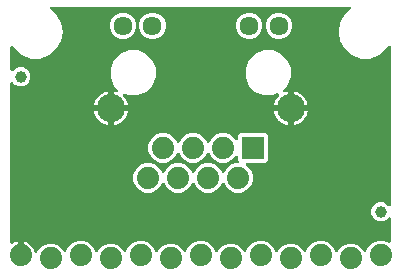
<source format=gbr>
G04 EAGLE Gerber RS-274X export*
G75*
%MOMM*%
%FSLAX34Y34*%
%LPD*%
%INTop Copper*%
%IPPOS*%
%AMOC8*
5,1,8,0,0,1.08239X$1,22.5*%
G01*
%ADD10C,1.879600*%
%ADD11R,1.879600X1.879600*%
%ADD12C,2.400000*%
%ADD13C,1.609600*%
%ADD14C,1.000000*%

G36*
X14088Y13986D02*
X14088Y13986D01*
X14207Y13993D01*
X14245Y14006D01*
X14285Y14011D01*
X14396Y14055D01*
X14509Y14091D01*
X14544Y14113D01*
X14581Y14128D01*
X14677Y14198D01*
X14778Y14261D01*
X14806Y14291D01*
X14839Y14315D01*
X14914Y14406D01*
X14996Y14493D01*
X15016Y14528D01*
X15041Y14560D01*
X15092Y14667D01*
X15150Y14772D01*
X15160Y14811D01*
X15177Y14847D01*
X15199Y14964D01*
X15229Y15079D01*
X15233Y15140D01*
X15237Y15160D01*
X15235Y15180D01*
X15239Y15240D01*
X15239Y25655D01*
X15496Y25615D01*
X17283Y25034D01*
X18957Y24181D01*
X20478Y23076D01*
X21806Y21748D01*
X22911Y20227D01*
X23764Y18553D01*
X24376Y16671D01*
X24387Y16647D01*
X24396Y16607D01*
X24409Y16582D01*
X24417Y16556D01*
X24481Y16447D01*
X24511Y16383D01*
X24522Y16369D01*
X24545Y16326D01*
X24564Y16305D01*
X24578Y16281D01*
X24671Y16188D01*
X24689Y16167D01*
X24714Y16138D01*
X24721Y16133D01*
X24759Y16090D01*
X24782Y16075D01*
X24802Y16056D01*
X24915Y15988D01*
X24966Y15954D01*
X24971Y15951D01*
X24972Y15950D01*
X25025Y15916D01*
X25051Y15907D01*
X25075Y15892D01*
X25201Y15855D01*
X25326Y15813D01*
X25353Y15810D01*
X25380Y15802D01*
X25511Y15798D01*
X25643Y15787D01*
X25670Y15792D01*
X25698Y15791D01*
X25826Y15819D01*
X25956Y15842D01*
X25981Y15853D01*
X26008Y15859D01*
X26126Y15918D01*
X26246Y15972D01*
X26268Y15990D01*
X26292Y16002D01*
X26392Y16089D01*
X26494Y16171D01*
X26511Y16193D01*
X26532Y16211D01*
X26607Y16320D01*
X26647Y16374D01*
X26654Y16382D01*
X26655Y16384D01*
X26686Y16425D01*
X26703Y16460D01*
X26712Y16473D01*
X26720Y16494D01*
X26757Y16569D01*
X27548Y18480D01*
X31050Y21982D01*
X35624Y23877D01*
X40576Y23877D01*
X45150Y21982D01*
X48652Y18481D01*
X49101Y17395D01*
X49170Y17274D01*
X49235Y17152D01*
X49249Y17137D01*
X49259Y17119D01*
X49355Y17019D01*
X49449Y16916D01*
X49466Y16905D01*
X49480Y16891D01*
X49599Y16818D01*
X49715Y16742D01*
X49734Y16735D01*
X49751Y16724D01*
X49884Y16683D01*
X50016Y16638D01*
X50036Y16637D01*
X50055Y16631D01*
X50194Y16624D01*
X50333Y16613D01*
X50353Y16617D01*
X50373Y16616D01*
X50509Y16644D01*
X50646Y16668D01*
X50664Y16676D01*
X50684Y16680D01*
X50809Y16741D01*
X50936Y16798D01*
X50952Y16811D01*
X50970Y16820D01*
X51076Y16910D01*
X51184Y16997D01*
X51197Y17013D01*
X51212Y17026D01*
X51292Y17140D01*
X51376Y17251D01*
X51388Y17276D01*
X51395Y17286D01*
X51402Y17305D01*
X51447Y17395D01*
X52948Y21020D01*
X56450Y24522D01*
X61024Y26417D01*
X65976Y26417D01*
X70550Y24522D01*
X74052Y21020D01*
X75553Y17395D01*
X75622Y17275D01*
X75687Y17152D01*
X75701Y17137D01*
X75711Y17119D01*
X75808Y17019D01*
X75901Y16916D01*
X75918Y16905D01*
X75932Y16891D01*
X76051Y16818D01*
X76167Y16742D01*
X76186Y16735D01*
X76203Y16724D01*
X76336Y16683D01*
X76468Y16638D01*
X76488Y16637D01*
X76507Y16631D01*
X76646Y16624D01*
X76785Y16613D01*
X76805Y16617D01*
X76825Y16616D01*
X76961Y16644D01*
X77098Y16668D01*
X77117Y16676D01*
X77136Y16680D01*
X77262Y16741D01*
X77388Y16798D01*
X77404Y16811D01*
X77422Y16820D01*
X77528Y16910D01*
X77637Y16997D01*
X77649Y17013D01*
X77664Y17026D01*
X77744Y17140D01*
X77828Y17251D01*
X77840Y17276D01*
X77847Y17286D01*
X77854Y17305D01*
X77899Y17395D01*
X78348Y18481D01*
X81850Y21982D01*
X86424Y23877D01*
X91376Y23877D01*
X95950Y21982D01*
X99452Y18481D01*
X99901Y17395D01*
X99970Y17274D01*
X100035Y17152D01*
X100049Y17137D01*
X100059Y17119D01*
X100155Y17019D01*
X100249Y16916D01*
X100266Y16905D01*
X100280Y16891D01*
X100399Y16818D01*
X100515Y16742D01*
X100534Y16735D01*
X100551Y16724D01*
X100684Y16683D01*
X100816Y16638D01*
X100836Y16637D01*
X100855Y16631D01*
X100994Y16624D01*
X101133Y16613D01*
X101153Y16617D01*
X101173Y16616D01*
X101309Y16644D01*
X101446Y16668D01*
X101464Y16676D01*
X101484Y16680D01*
X101609Y16741D01*
X101736Y16798D01*
X101752Y16811D01*
X101770Y16820D01*
X101876Y16910D01*
X101984Y16997D01*
X101997Y17013D01*
X102012Y17026D01*
X102092Y17140D01*
X102176Y17251D01*
X102188Y17276D01*
X102195Y17286D01*
X102202Y17305D01*
X102247Y17395D01*
X103748Y21020D01*
X107250Y24522D01*
X111824Y26417D01*
X116776Y26417D01*
X121350Y24522D01*
X124852Y21020D01*
X126353Y17395D01*
X126422Y17275D01*
X126487Y17152D01*
X126501Y17137D01*
X126511Y17119D01*
X126608Y17019D01*
X126701Y16916D01*
X126718Y16905D01*
X126732Y16891D01*
X126851Y16818D01*
X126967Y16742D01*
X126986Y16735D01*
X127003Y16724D01*
X127136Y16683D01*
X127268Y16638D01*
X127288Y16637D01*
X127307Y16631D01*
X127446Y16624D01*
X127585Y16613D01*
X127605Y16617D01*
X127625Y16616D01*
X127761Y16644D01*
X127898Y16668D01*
X127917Y16676D01*
X127936Y16680D01*
X128062Y16741D01*
X128188Y16798D01*
X128204Y16811D01*
X128222Y16820D01*
X128328Y16910D01*
X128437Y16997D01*
X128449Y17013D01*
X128464Y17026D01*
X128544Y17140D01*
X128628Y17251D01*
X128640Y17276D01*
X128647Y17286D01*
X128654Y17305D01*
X128699Y17395D01*
X129148Y18481D01*
X132650Y21982D01*
X137224Y23877D01*
X142176Y23877D01*
X146750Y21982D01*
X150252Y18480D01*
X150701Y17395D01*
X150770Y17274D01*
X150835Y17152D01*
X150849Y17137D01*
X150859Y17119D01*
X150956Y17019D01*
X151049Y16916D01*
X151066Y16905D01*
X151080Y16891D01*
X151198Y16818D01*
X151315Y16742D01*
X151334Y16735D01*
X151351Y16724D01*
X151484Y16684D01*
X151616Y16638D01*
X151636Y16637D01*
X151655Y16631D01*
X151793Y16624D01*
X151933Y16613D01*
X151953Y16617D01*
X151973Y16616D01*
X152109Y16644D01*
X152246Y16668D01*
X152264Y16676D01*
X152284Y16680D01*
X152410Y16741D01*
X152536Y16798D01*
X152552Y16811D01*
X152570Y16820D01*
X152676Y16910D01*
X152784Y16997D01*
X152797Y17013D01*
X152812Y17026D01*
X152892Y17140D01*
X152976Y17251D01*
X152988Y17276D01*
X152995Y17286D01*
X153002Y17305D01*
X153047Y17395D01*
X154548Y21020D01*
X158050Y24522D01*
X162624Y26417D01*
X167576Y26417D01*
X172150Y24522D01*
X175652Y21020D01*
X177153Y17395D01*
X177222Y17275D01*
X177287Y17152D01*
X177301Y17137D01*
X177311Y17119D01*
X177408Y17019D01*
X177501Y16916D01*
X177518Y16905D01*
X177532Y16891D01*
X177650Y16818D01*
X177767Y16742D01*
X177786Y16735D01*
X177803Y16724D01*
X177936Y16684D01*
X178068Y16638D01*
X178088Y16637D01*
X178107Y16631D01*
X178246Y16624D01*
X178385Y16613D01*
X178405Y16617D01*
X178425Y16616D01*
X178561Y16644D01*
X178698Y16668D01*
X178717Y16676D01*
X178736Y16680D01*
X178862Y16741D01*
X178988Y16798D01*
X179004Y16811D01*
X179022Y16820D01*
X179128Y16910D01*
X179237Y16997D01*
X179249Y17013D01*
X179264Y17026D01*
X179344Y17140D01*
X179428Y17251D01*
X179440Y17276D01*
X179447Y17286D01*
X179454Y17305D01*
X179499Y17395D01*
X179948Y18480D01*
X183450Y21982D01*
X188024Y23877D01*
X192976Y23877D01*
X197550Y21982D01*
X201052Y18480D01*
X201501Y17395D01*
X201570Y17274D01*
X201635Y17152D01*
X201649Y17137D01*
X201659Y17119D01*
X201756Y17019D01*
X201849Y16916D01*
X201866Y16905D01*
X201880Y16891D01*
X201998Y16818D01*
X202115Y16742D01*
X202134Y16735D01*
X202151Y16724D01*
X202284Y16684D01*
X202416Y16638D01*
X202436Y16637D01*
X202455Y16631D01*
X202593Y16624D01*
X202733Y16613D01*
X202753Y16617D01*
X202773Y16616D01*
X202909Y16644D01*
X203046Y16668D01*
X203064Y16676D01*
X203084Y16680D01*
X203210Y16741D01*
X203336Y16798D01*
X203352Y16811D01*
X203370Y16820D01*
X203476Y16910D01*
X203584Y16997D01*
X203597Y17013D01*
X203612Y17026D01*
X203692Y17140D01*
X203776Y17251D01*
X203788Y17276D01*
X203795Y17286D01*
X203802Y17305D01*
X203847Y17395D01*
X205348Y21020D01*
X208850Y24522D01*
X213424Y26417D01*
X218376Y26417D01*
X222950Y24522D01*
X226452Y21020D01*
X227953Y17395D01*
X228022Y17275D01*
X228087Y17152D01*
X228101Y17137D01*
X228111Y17119D01*
X228208Y17019D01*
X228301Y16916D01*
X228318Y16905D01*
X228332Y16891D01*
X228450Y16818D01*
X228567Y16742D01*
X228586Y16735D01*
X228603Y16724D01*
X228736Y16684D01*
X228868Y16638D01*
X228888Y16637D01*
X228907Y16631D01*
X229046Y16624D01*
X229185Y16613D01*
X229205Y16617D01*
X229225Y16616D01*
X229361Y16644D01*
X229498Y16668D01*
X229517Y16676D01*
X229536Y16680D01*
X229662Y16741D01*
X229788Y16798D01*
X229804Y16811D01*
X229822Y16820D01*
X229928Y16910D01*
X230037Y16997D01*
X230049Y17013D01*
X230064Y17026D01*
X230144Y17140D01*
X230228Y17251D01*
X230240Y17276D01*
X230247Y17286D01*
X230254Y17305D01*
X230299Y17395D01*
X230748Y18480D01*
X234250Y21982D01*
X238824Y23877D01*
X243776Y23877D01*
X248350Y21982D01*
X251852Y18480D01*
X252301Y17395D01*
X252370Y17274D01*
X252435Y17152D01*
X252449Y17137D01*
X252459Y17119D01*
X252556Y17019D01*
X252649Y16916D01*
X252666Y16905D01*
X252680Y16891D01*
X252798Y16818D01*
X252915Y16742D01*
X252934Y16735D01*
X252951Y16724D01*
X253084Y16684D01*
X253216Y16638D01*
X253236Y16637D01*
X253255Y16631D01*
X253393Y16624D01*
X253533Y16613D01*
X253553Y16617D01*
X253573Y16616D01*
X253709Y16644D01*
X253846Y16668D01*
X253864Y16676D01*
X253884Y16680D01*
X254010Y16741D01*
X254136Y16798D01*
X254152Y16811D01*
X254170Y16820D01*
X254276Y16910D01*
X254384Y16997D01*
X254397Y17013D01*
X254412Y17026D01*
X254492Y17140D01*
X254576Y17251D01*
X254588Y17276D01*
X254595Y17286D01*
X254602Y17305D01*
X254647Y17395D01*
X256148Y21020D01*
X259650Y24522D01*
X264224Y26417D01*
X269176Y26417D01*
X273750Y24522D01*
X277252Y21020D01*
X278753Y17395D01*
X278822Y17275D01*
X278887Y17152D01*
X278901Y17137D01*
X278911Y17119D01*
X279008Y17019D01*
X279101Y16916D01*
X279118Y16905D01*
X279132Y16891D01*
X279250Y16818D01*
X279367Y16742D01*
X279386Y16735D01*
X279403Y16724D01*
X279536Y16684D01*
X279668Y16638D01*
X279688Y16637D01*
X279707Y16631D01*
X279846Y16624D01*
X279985Y16613D01*
X280005Y16617D01*
X280025Y16616D01*
X280161Y16644D01*
X280298Y16668D01*
X280317Y16676D01*
X280336Y16680D01*
X280462Y16741D01*
X280588Y16798D01*
X280604Y16811D01*
X280622Y16820D01*
X280728Y16910D01*
X280837Y16997D01*
X280849Y17013D01*
X280864Y17026D01*
X280944Y17140D01*
X281028Y17251D01*
X281040Y17276D01*
X281047Y17286D01*
X281054Y17305D01*
X281099Y17395D01*
X281548Y18480D01*
X285050Y21982D01*
X289624Y23877D01*
X294576Y23877D01*
X299150Y21982D01*
X302652Y18480D01*
X303101Y17395D01*
X303170Y17274D01*
X303235Y17152D01*
X303249Y17137D01*
X303259Y17119D01*
X303356Y17019D01*
X303449Y16916D01*
X303466Y16905D01*
X303480Y16891D01*
X303598Y16818D01*
X303715Y16742D01*
X303734Y16735D01*
X303751Y16724D01*
X303884Y16684D01*
X304016Y16638D01*
X304036Y16637D01*
X304055Y16631D01*
X304193Y16624D01*
X304333Y16613D01*
X304353Y16617D01*
X304373Y16616D01*
X304509Y16644D01*
X304646Y16668D01*
X304664Y16676D01*
X304684Y16680D01*
X304810Y16741D01*
X304936Y16798D01*
X304952Y16811D01*
X304970Y16820D01*
X305076Y16910D01*
X305184Y16997D01*
X305197Y17013D01*
X305212Y17026D01*
X305292Y17140D01*
X305376Y17251D01*
X305388Y17276D01*
X305395Y17286D01*
X305402Y17305D01*
X305447Y17395D01*
X306948Y21020D01*
X310450Y24522D01*
X315024Y26417D01*
X319976Y26417D01*
X324380Y24592D01*
X324428Y24579D01*
X324473Y24558D01*
X324581Y24537D01*
X324687Y24508D01*
X324737Y24508D01*
X324786Y24498D01*
X324895Y24505D01*
X325005Y24503D01*
X325053Y24515D01*
X325103Y24518D01*
X325207Y24552D01*
X325314Y24577D01*
X325358Y24601D01*
X325405Y24616D01*
X325498Y24675D01*
X325595Y24726D01*
X325632Y24760D01*
X325674Y24786D01*
X325749Y24866D01*
X325831Y24940D01*
X325858Y24982D01*
X325892Y25018D01*
X325945Y25114D01*
X326005Y25206D01*
X326022Y25253D01*
X326046Y25296D01*
X326073Y25403D01*
X326109Y25507D01*
X326113Y25556D01*
X326125Y25604D01*
X326135Y25765D01*
X326135Y44988D01*
X326118Y45126D01*
X326105Y45265D01*
X326098Y45284D01*
X326095Y45304D01*
X326044Y45433D01*
X325997Y45564D01*
X325986Y45581D01*
X325978Y45600D01*
X325897Y45712D01*
X325819Y45827D01*
X325803Y45841D01*
X325792Y45857D01*
X325684Y45946D01*
X325580Y46038D01*
X325562Y46047D01*
X325547Y46060D01*
X325421Y46119D01*
X325297Y46182D01*
X325277Y46187D01*
X325259Y46195D01*
X325123Y46221D01*
X324987Y46252D01*
X324966Y46251D01*
X324947Y46255D01*
X324808Y46246D01*
X324669Y46242D01*
X324649Y46237D01*
X324629Y46235D01*
X324497Y46193D01*
X324363Y46154D01*
X324346Y46144D01*
X324327Y46137D01*
X324209Y46063D01*
X324089Y45992D01*
X324068Y45974D01*
X324058Y45967D01*
X324044Y45952D01*
X323969Y45886D01*
X322059Y43977D01*
X319101Y42751D01*
X315899Y42751D01*
X312941Y43977D01*
X310677Y46241D01*
X309451Y49199D01*
X309451Y52401D01*
X310677Y55359D01*
X312941Y57623D01*
X315899Y58849D01*
X319101Y58849D01*
X322059Y57623D01*
X323969Y55714D01*
X324078Y55629D01*
X324185Y55540D01*
X324204Y55532D01*
X324220Y55519D01*
X324348Y55464D01*
X324473Y55405D01*
X324493Y55401D01*
X324512Y55393D01*
X324650Y55371D01*
X324786Y55345D01*
X324806Y55346D01*
X324826Y55343D01*
X324965Y55356D01*
X325103Y55365D01*
X325122Y55371D01*
X325142Y55373D01*
X325274Y55420D01*
X325405Y55463D01*
X325423Y55474D01*
X325442Y55480D01*
X325557Y55558D01*
X325674Y55633D01*
X325688Y55648D01*
X325705Y55659D01*
X325797Y55763D01*
X325892Y55864D01*
X325902Y55882D01*
X325915Y55897D01*
X325979Y56022D01*
X326046Y56143D01*
X326051Y56163D01*
X326060Y56181D01*
X326090Y56316D01*
X326125Y56451D01*
X326127Y56479D01*
X326130Y56491D01*
X326129Y56511D01*
X326135Y56612D01*
X326135Y190203D01*
X326117Y190348D01*
X326102Y190493D01*
X326097Y190506D01*
X326095Y190519D01*
X326042Y190654D01*
X325991Y190791D01*
X325983Y190802D01*
X325978Y190815D01*
X325893Y190932D01*
X325810Y191052D01*
X325799Y191061D01*
X325792Y191072D01*
X325680Y191165D01*
X325569Y191260D01*
X325557Y191266D01*
X325547Y191275D01*
X325415Y191337D01*
X325284Y191402D01*
X325271Y191405D01*
X325259Y191410D01*
X325117Y191438D01*
X324973Y191468D01*
X324960Y191468D01*
X324947Y191470D01*
X324802Y191461D01*
X324656Y191455D01*
X324642Y191451D01*
X324629Y191450D01*
X324491Y191406D01*
X324351Y191363D01*
X324339Y191356D01*
X324327Y191352D01*
X324204Y191275D01*
X324079Y191199D01*
X324069Y191189D01*
X324058Y191182D01*
X323958Y191076D01*
X323856Y190972D01*
X323846Y190957D01*
X323840Y190951D01*
X323832Y190936D01*
X323767Y190838D01*
X322385Y188445D01*
X316278Y183320D01*
X308786Y180593D01*
X300814Y180593D01*
X293322Y183320D01*
X287215Y188444D01*
X283229Y195349D01*
X281845Y203200D01*
X283229Y211051D01*
X287215Y217955D01*
X292385Y222294D01*
X292409Y222320D01*
X292438Y222340D01*
X292517Y222436D01*
X292601Y222527D01*
X292618Y222558D01*
X292641Y222585D01*
X292694Y222698D01*
X292753Y222807D01*
X292761Y222841D01*
X292776Y222873D01*
X292799Y222995D01*
X292830Y223115D01*
X292829Y223151D01*
X292836Y223186D01*
X292828Y223309D01*
X292827Y223433D01*
X292818Y223468D01*
X292816Y223503D01*
X292778Y223621D01*
X292746Y223741D01*
X292729Y223772D01*
X292718Y223805D01*
X292652Y223910D01*
X292591Y224019D01*
X292567Y224044D01*
X292548Y224074D01*
X292458Y224159D01*
X292372Y224249D01*
X292342Y224268D01*
X292316Y224292D01*
X292208Y224352D01*
X292103Y224418D01*
X292069Y224429D01*
X292038Y224446D01*
X291918Y224477D01*
X291800Y224514D01*
X291764Y224516D01*
X291730Y224525D01*
X291569Y224535D01*
X38631Y224535D01*
X38595Y224531D01*
X38560Y224533D01*
X38438Y224511D01*
X38315Y224495D01*
X38282Y224482D01*
X38247Y224476D01*
X38135Y224424D01*
X38019Y224378D01*
X37991Y224358D01*
X37959Y224343D01*
X37862Y224264D01*
X37762Y224192D01*
X37739Y224164D01*
X37712Y224142D01*
X37639Y224042D01*
X37559Y223947D01*
X37544Y223915D01*
X37523Y223886D01*
X37477Y223771D01*
X37424Y223659D01*
X37417Y223624D01*
X37404Y223591D01*
X37387Y223468D01*
X37364Y223347D01*
X37366Y223311D01*
X37361Y223276D01*
X37376Y223153D01*
X37384Y223029D01*
X37395Y222995D01*
X37399Y222960D01*
X37444Y222844D01*
X37482Y222727D01*
X37501Y222697D01*
X37513Y222664D01*
X37586Y222563D01*
X37652Y222458D01*
X37678Y222434D01*
X37698Y222405D01*
X37815Y222294D01*
X42985Y217956D01*
X46971Y211051D01*
X48355Y203200D01*
X46971Y195349D01*
X42985Y188445D01*
X36878Y183320D01*
X29386Y180593D01*
X21414Y180593D01*
X13922Y183320D01*
X7815Y188444D01*
X6433Y190838D01*
X6345Y190954D01*
X6260Y191072D01*
X6249Y191081D01*
X6241Y191091D01*
X6127Y191182D01*
X6015Y191275D01*
X6002Y191281D01*
X5992Y191289D01*
X5858Y191349D01*
X5727Y191410D01*
X5714Y191413D01*
X5701Y191418D01*
X5557Y191443D01*
X5414Y191470D01*
X5401Y191469D01*
X5388Y191472D01*
X5242Y191459D01*
X5097Y191450D01*
X5084Y191446D01*
X5071Y191445D01*
X4933Y191397D01*
X4795Y191352D01*
X4783Y191345D01*
X4770Y191341D01*
X4649Y191260D01*
X4526Y191182D01*
X4517Y191172D01*
X4505Y191165D01*
X4408Y191057D01*
X4308Y190951D01*
X4301Y190939D01*
X4292Y190929D01*
X4225Y190799D01*
X4154Y190672D01*
X4151Y190659D01*
X4145Y190647D01*
X4111Y190505D01*
X4075Y190364D01*
X4074Y190346D01*
X4072Y190337D01*
X4072Y190320D01*
X4065Y190203D01*
X4065Y170912D01*
X4082Y170774D01*
X4095Y170635D01*
X4102Y170616D01*
X4105Y170596D01*
X4156Y170467D01*
X4203Y170336D01*
X4214Y170319D01*
X4222Y170300D01*
X4303Y170188D01*
X4381Y170073D01*
X4397Y170059D01*
X4408Y170043D01*
X4516Y169954D01*
X4620Y169862D01*
X4638Y169853D01*
X4653Y169840D01*
X4779Y169781D01*
X4903Y169718D01*
X4923Y169713D01*
X4941Y169705D01*
X5077Y169679D01*
X5213Y169648D01*
X5234Y169649D01*
X5253Y169645D01*
X5392Y169654D01*
X5531Y169658D01*
X5551Y169663D01*
X5571Y169665D01*
X5703Y169707D01*
X5837Y169746D01*
X5854Y169756D01*
X5873Y169763D01*
X5991Y169837D01*
X6111Y169908D01*
X6132Y169926D01*
X6142Y169933D01*
X6156Y169948D01*
X6231Y170014D01*
X8141Y171923D01*
X11099Y173149D01*
X14301Y173149D01*
X17259Y171923D01*
X19523Y169659D01*
X20749Y166701D01*
X20749Y163499D01*
X19523Y160541D01*
X17259Y158277D01*
X14301Y157051D01*
X11099Y157051D01*
X8141Y158277D01*
X6231Y160186D01*
X6122Y160271D01*
X6015Y160360D01*
X5996Y160368D01*
X5980Y160381D01*
X5852Y160436D01*
X5727Y160495D01*
X5707Y160499D01*
X5688Y160507D01*
X5550Y160529D01*
X5414Y160555D01*
X5394Y160554D01*
X5374Y160557D01*
X5235Y160544D01*
X5097Y160535D01*
X5078Y160529D01*
X5058Y160527D01*
X4926Y160480D01*
X4795Y160437D01*
X4777Y160426D01*
X4758Y160420D01*
X4643Y160342D01*
X4526Y160267D01*
X4512Y160252D01*
X4495Y160241D01*
X4403Y160137D01*
X4308Y160036D01*
X4298Y160018D01*
X4285Y160003D01*
X4221Y159878D01*
X4154Y159757D01*
X4149Y159737D01*
X4140Y159719D01*
X4110Y159584D01*
X4075Y159449D01*
X4073Y159421D01*
X4070Y159409D01*
X4071Y159389D01*
X4065Y159288D01*
X4065Y24944D01*
X4070Y24905D01*
X4067Y24865D01*
X4090Y24747D01*
X4105Y24629D01*
X4119Y24592D01*
X4127Y24553D01*
X4178Y24444D01*
X4222Y24333D01*
X4245Y24301D01*
X4262Y24265D01*
X4338Y24173D01*
X4408Y24076D01*
X4439Y24050D01*
X4464Y24020D01*
X4561Y23949D01*
X4653Y23873D01*
X4689Y23856D01*
X4722Y23832D01*
X4833Y23788D01*
X4941Y23737D01*
X4980Y23730D01*
X5017Y23715D01*
X5136Y23700D01*
X5253Y23678D01*
X5293Y23680D01*
X5333Y23675D01*
X5452Y23690D01*
X5571Y23697D01*
X5609Y23710D01*
X5648Y23715D01*
X5760Y23758D01*
X5873Y23795D01*
X5907Y23817D01*
X5944Y23831D01*
X6080Y23917D01*
X6443Y24181D01*
X8117Y25034D01*
X9904Y25615D01*
X10161Y25655D01*
X10161Y15240D01*
X10176Y15122D01*
X10183Y15003D01*
X10196Y14965D01*
X10201Y14925D01*
X10244Y14814D01*
X10281Y14701D01*
X10303Y14667D01*
X10318Y14629D01*
X10388Y14533D01*
X10451Y14432D01*
X10481Y14404D01*
X10504Y14372D01*
X10596Y14296D01*
X10683Y14214D01*
X10718Y14195D01*
X10749Y14169D01*
X10857Y14118D01*
X10961Y14061D01*
X11001Y14050D01*
X11037Y14033D01*
X11154Y14011D01*
X11269Y13981D01*
X11330Y13977D01*
X11350Y13973D01*
X11370Y13975D01*
X11430Y13971D01*
X13970Y13971D01*
X14088Y13986D01*
G37*
%LPC*%
G36*
X118174Y67103D02*
X118174Y67103D01*
X113600Y68998D01*
X110098Y72500D01*
X108203Y77074D01*
X108203Y82026D01*
X110098Y86600D01*
X113600Y90102D01*
X118174Y91997D01*
X123126Y91997D01*
X127700Y90102D01*
X131202Y86600D01*
X132177Y84245D01*
X132246Y84125D01*
X132311Y84002D01*
X132325Y83987D01*
X132335Y83969D01*
X132432Y83869D01*
X132525Y83766D01*
X132542Y83755D01*
X132556Y83741D01*
X132674Y83668D01*
X132791Y83592D01*
X132810Y83585D01*
X132827Y83574D01*
X132960Y83534D01*
X133092Y83488D01*
X133112Y83487D01*
X133131Y83481D01*
X133270Y83474D01*
X133409Y83463D01*
X133429Y83467D01*
X133449Y83466D01*
X133585Y83494D01*
X133722Y83518D01*
X133741Y83526D01*
X133760Y83530D01*
X133885Y83591D01*
X134012Y83648D01*
X134028Y83661D01*
X134046Y83670D01*
X134152Y83760D01*
X134260Y83847D01*
X134273Y83863D01*
X134288Y83876D01*
X134368Y83990D01*
X134452Y84101D01*
X134464Y84126D01*
X134471Y84136D01*
X134478Y84155D01*
X134523Y84245D01*
X135498Y86600D01*
X139000Y90102D01*
X143574Y91997D01*
X148526Y91997D01*
X153100Y90102D01*
X156602Y86600D01*
X157577Y84245D01*
X157646Y84125D01*
X157711Y84002D01*
X157725Y83987D01*
X157735Y83969D01*
X157832Y83869D01*
X157925Y83766D01*
X157942Y83755D01*
X157956Y83741D01*
X158074Y83668D01*
X158191Y83592D01*
X158210Y83585D01*
X158227Y83574D01*
X158360Y83534D01*
X158492Y83488D01*
X158512Y83487D01*
X158531Y83481D01*
X158670Y83474D01*
X158809Y83463D01*
X158829Y83467D01*
X158849Y83466D01*
X158985Y83494D01*
X159122Y83518D01*
X159141Y83526D01*
X159160Y83530D01*
X159285Y83591D01*
X159412Y83648D01*
X159428Y83661D01*
X159446Y83670D01*
X159552Y83760D01*
X159660Y83847D01*
X159673Y83863D01*
X159688Y83876D01*
X159768Y83990D01*
X159852Y84101D01*
X159864Y84126D01*
X159871Y84136D01*
X159878Y84155D01*
X159923Y84245D01*
X160898Y86600D01*
X164400Y90102D01*
X168974Y91997D01*
X173926Y91997D01*
X178500Y90102D01*
X182002Y86600D01*
X182977Y84245D01*
X183046Y84125D01*
X183111Y84002D01*
X183125Y83987D01*
X183135Y83969D01*
X183232Y83869D01*
X183325Y83766D01*
X183342Y83755D01*
X183356Y83741D01*
X183474Y83668D01*
X183591Y83592D01*
X183610Y83585D01*
X183627Y83574D01*
X183760Y83534D01*
X183892Y83488D01*
X183912Y83487D01*
X183931Y83481D01*
X184070Y83474D01*
X184209Y83463D01*
X184229Y83467D01*
X184249Y83466D01*
X184385Y83494D01*
X184522Y83518D01*
X184541Y83526D01*
X184560Y83530D01*
X184685Y83591D01*
X184812Y83648D01*
X184828Y83661D01*
X184846Y83670D01*
X184952Y83760D01*
X185060Y83847D01*
X185073Y83863D01*
X185088Y83876D01*
X185168Y83990D01*
X185252Y84101D01*
X185264Y84126D01*
X185271Y84136D01*
X185278Y84155D01*
X185323Y84245D01*
X186298Y86600D01*
X189800Y90102D01*
X194374Y91997D01*
X196331Y91997D01*
X196469Y92014D01*
X196608Y92027D01*
X196627Y92034D01*
X196647Y92037D01*
X196776Y92088D01*
X196907Y92135D01*
X196924Y92146D01*
X196943Y92154D01*
X197055Y92235D01*
X197170Y92313D01*
X197184Y92329D01*
X197200Y92340D01*
X197289Y92448D01*
X197381Y92552D01*
X197390Y92570D01*
X197403Y92585D01*
X197462Y92711D01*
X197525Y92835D01*
X197530Y92855D01*
X197538Y92873D01*
X197564Y93009D01*
X197595Y93145D01*
X197594Y93166D01*
X197598Y93185D01*
X197590Y93324D01*
X197585Y93463D01*
X197580Y93483D01*
X197578Y93503D01*
X197536Y93635D01*
X197497Y93769D01*
X197487Y93786D01*
X197480Y93805D01*
X197406Y93923D01*
X197335Y94043D01*
X197317Y94064D01*
X197310Y94074D01*
X197295Y94088D01*
X197229Y94164D01*
X197103Y94289D01*
X197103Y97316D01*
X197095Y97385D01*
X197096Y97455D01*
X197075Y97543D01*
X197063Y97632D01*
X197038Y97697D01*
X197021Y97765D01*
X196979Y97844D01*
X196946Y97927D01*
X196905Y97984D01*
X196873Y98046D01*
X196812Y98112D01*
X196760Y98185D01*
X196706Y98229D01*
X196659Y98281D01*
X196584Y98330D01*
X196515Y98388D01*
X196451Y98417D01*
X196393Y98456D01*
X196308Y98485D01*
X196227Y98523D01*
X196158Y98536D01*
X196092Y98559D01*
X196003Y98566D01*
X195915Y98583D01*
X195845Y98578D01*
X195775Y98584D01*
X195687Y98569D01*
X195597Y98563D01*
X195531Y98542D01*
X195462Y98530D01*
X195380Y98493D01*
X195295Y98465D01*
X195236Y98428D01*
X195172Y98399D01*
X195102Y98343D01*
X195026Y98295D01*
X194978Y98244D01*
X194923Y98200D01*
X194870Y98129D01*
X194808Y98063D01*
X194774Y98002D01*
X194732Y97946D01*
X194716Y97914D01*
X191200Y94398D01*
X186626Y92503D01*
X181674Y92503D01*
X177100Y94398D01*
X173598Y97900D01*
X172623Y100255D01*
X172554Y100375D01*
X172489Y100498D01*
X172475Y100513D01*
X172465Y100531D01*
X172368Y100631D01*
X172275Y100734D01*
X172258Y100745D01*
X172244Y100759D01*
X172125Y100832D01*
X172009Y100908D01*
X171990Y100915D01*
X171973Y100926D01*
X171840Y100966D01*
X171708Y101012D01*
X171688Y101013D01*
X171669Y101019D01*
X171530Y101026D01*
X171391Y101037D01*
X171371Y101033D01*
X171351Y101034D01*
X171215Y101006D01*
X171078Y100982D01*
X171059Y100974D01*
X171040Y100970D01*
X170914Y100909D01*
X170788Y100852D01*
X170772Y100839D01*
X170754Y100830D01*
X170648Y100740D01*
X170540Y100653D01*
X170527Y100637D01*
X170512Y100624D01*
X170432Y100510D01*
X170348Y100399D01*
X170336Y100374D01*
X170329Y100364D01*
X170322Y100345D01*
X170277Y100255D01*
X169302Y97900D01*
X165800Y94398D01*
X161226Y92503D01*
X156274Y92503D01*
X151700Y94398D01*
X148198Y97900D01*
X147223Y100255D01*
X147154Y100375D01*
X147089Y100498D01*
X147075Y100513D01*
X147065Y100531D01*
X146968Y100631D01*
X146875Y100734D01*
X146858Y100745D01*
X146844Y100759D01*
X146725Y100832D01*
X146609Y100908D01*
X146590Y100915D01*
X146573Y100926D01*
X146440Y100966D01*
X146308Y101012D01*
X146288Y101013D01*
X146269Y101019D01*
X146130Y101026D01*
X145991Y101037D01*
X145971Y101033D01*
X145951Y101034D01*
X145815Y101006D01*
X145678Y100982D01*
X145659Y100974D01*
X145640Y100970D01*
X145514Y100909D01*
X145388Y100852D01*
X145372Y100839D01*
X145354Y100830D01*
X145248Y100740D01*
X145140Y100653D01*
X145127Y100637D01*
X145112Y100624D01*
X145032Y100510D01*
X144948Y100399D01*
X144936Y100374D01*
X144929Y100364D01*
X144922Y100345D01*
X144877Y100255D01*
X143902Y97900D01*
X140400Y94398D01*
X135826Y92503D01*
X130874Y92503D01*
X126300Y94398D01*
X122798Y97900D01*
X120903Y102474D01*
X120903Y107426D01*
X122798Y112000D01*
X126300Y115502D01*
X130874Y117397D01*
X135826Y117397D01*
X140400Y115502D01*
X143902Y112000D01*
X144877Y109645D01*
X144946Y109525D01*
X145011Y109402D01*
X145025Y109387D01*
X145035Y109369D01*
X145132Y109269D01*
X145225Y109166D01*
X145242Y109155D01*
X145256Y109141D01*
X145374Y109068D01*
X145491Y108992D01*
X145510Y108985D01*
X145527Y108974D01*
X145660Y108934D01*
X145792Y108888D01*
X145812Y108887D01*
X145831Y108881D01*
X145970Y108874D01*
X146109Y108863D01*
X146129Y108867D01*
X146149Y108866D01*
X146285Y108894D01*
X146422Y108918D01*
X146441Y108926D01*
X146460Y108930D01*
X146585Y108991D01*
X146712Y109048D01*
X146728Y109061D01*
X146746Y109070D01*
X146852Y109160D01*
X146960Y109247D01*
X146973Y109263D01*
X146988Y109276D01*
X147068Y109390D01*
X147152Y109501D01*
X147164Y109526D01*
X147171Y109536D01*
X147178Y109555D01*
X147223Y109645D01*
X148198Y112000D01*
X151700Y115502D01*
X156274Y117397D01*
X161226Y117397D01*
X165800Y115502D01*
X169302Y112000D01*
X170277Y109645D01*
X170346Y109525D01*
X170411Y109402D01*
X170425Y109387D01*
X170435Y109369D01*
X170532Y109269D01*
X170625Y109166D01*
X170642Y109155D01*
X170656Y109141D01*
X170774Y109068D01*
X170891Y108992D01*
X170910Y108985D01*
X170927Y108974D01*
X171060Y108934D01*
X171192Y108888D01*
X171212Y108887D01*
X171231Y108881D01*
X171370Y108874D01*
X171509Y108863D01*
X171529Y108867D01*
X171549Y108866D01*
X171685Y108894D01*
X171822Y108918D01*
X171841Y108926D01*
X171860Y108930D01*
X171985Y108991D01*
X172112Y109048D01*
X172128Y109061D01*
X172146Y109070D01*
X172252Y109160D01*
X172360Y109247D01*
X172373Y109263D01*
X172388Y109276D01*
X172468Y109390D01*
X172552Y109501D01*
X172564Y109526D01*
X172571Y109536D01*
X172578Y109555D01*
X172623Y109645D01*
X173598Y112000D01*
X177100Y115502D01*
X181674Y117397D01*
X186626Y117397D01*
X191200Y115502D01*
X194716Y111986D01*
X194722Y111973D01*
X194774Y111900D01*
X194819Y111822D01*
X194867Y111772D01*
X194908Y111715D01*
X194978Y111658D01*
X195040Y111594D01*
X195100Y111557D01*
X195153Y111512D01*
X195235Y111474D01*
X195311Y111427D01*
X195378Y111407D01*
X195441Y111377D01*
X195529Y111360D01*
X195615Y111334D01*
X195685Y111330D01*
X195754Y111317D01*
X195843Y111323D01*
X195933Y111318D01*
X196001Y111333D01*
X196071Y111337D01*
X196156Y111365D01*
X196244Y111383D01*
X196307Y111413D01*
X196373Y111435D01*
X196449Y111483D01*
X196530Y111522D01*
X196583Y111568D01*
X196642Y111605D01*
X196704Y111670D01*
X196772Y111729D01*
X196812Y111786D01*
X196860Y111837D01*
X196903Y111915D01*
X196955Y111989D01*
X196980Y112054D01*
X197014Y112115D01*
X197036Y112202D01*
X197068Y112286D01*
X197076Y112356D01*
X197093Y112423D01*
X197103Y112584D01*
X197103Y115611D01*
X198889Y117397D01*
X220211Y117397D01*
X221997Y115611D01*
X221997Y94289D01*
X220211Y92503D01*
X204484Y92503D01*
X204415Y92495D01*
X204345Y92496D01*
X204257Y92475D01*
X204168Y92463D01*
X204103Y92438D01*
X204035Y92421D01*
X203956Y92379D01*
X203873Y92346D01*
X203816Y92305D01*
X203754Y92273D01*
X203688Y92212D01*
X203615Y92160D01*
X203571Y92106D01*
X203519Y92059D01*
X203470Y91984D01*
X203412Y91915D01*
X203383Y91851D01*
X203344Y91793D01*
X203315Y91708D01*
X203277Y91627D01*
X203264Y91558D01*
X203241Y91492D01*
X203234Y91403D01*
X203217Y91315D01*
X203222Y91245D01*
X203216Y91175D01*
X203231Y91087D01*
X203237Y90997D01*
X203258Y90931D01*
X203270Y90862D01*
X203307Y90780D01*
X203335Y90695D01*
X203372Y90636D01*
X203401Y90572D01*
X203457Y90502D01*
X203505Y90426D01*
X203556Y90378D01*
X203600Y90323D01*
X203671Y90270D01*
X203737Y90208D01*
X203798Y90174D01*
X203854Y90132D01*
X203886Y90116D01*
X207402Y86600D01*
X209297Y82026D01*
X209297Y77074D01*
X207402Y72500D01*
X203900Y68998D01*
X199326Y67103D01*
X194374Y67103D01*
X189800Y68998D01*
X186298Y72500D01*
X185323Y74855D01*
X185254Y74975D01*
X185189Y75098D01*
X185175Y75113D01*
X185165Y75131D01*
X185068Y75231D01*
X184975Y75334D01*
X184958Y75345D01*
X184944Y75359D01*
X184825Y75432D01*
X184709Y75508D01*
X184690Y75515D01*
X184673Y75526D01*
X184540Y75566D01*
X184408Y75612D01*
X184388Y75613D01*
X184369Y75619D01*
X184230Y75626D01*
X184091Y75637D01*
X184071Y75633D01*
X184051Y75634D01*
X183915Y75606D01*
X183778Y75582D01*
X183759Y75574D01*
X183740Y75570D01*
X183614Y75509D01*
X183488Y75452D01*
X183472Y75439D01*
X183454Y75430D01*
X183348Y75340D01*
X183240Y75253D01*
X183227Y75237D01*
X183212Y75224D01*
X183132Y75110D01*
X183048Y74999D01*
X183036Y74974D01*
X183029Y74964D01*
X183022Y74945D01*
X182977Y74855D01*
X182002Y72500D01*
X178500Y68998D01*
X173926Y67103D01*
X168974Y67103D01*
X164400Y68998D01*
X160898Y72500D01*
X159923Y74855D01*
X159854Y74975D01*
X159789Y75098D01*
X159775Y75113D01*
X159765Y75131D01*
X159668Y75231D01*
X159575Y75334D01*
X159558Y75345D01*
X159544Y75359D01*
X159425Y75432D01*
X159309Y75508D01*
X159290Y75515D01*
X159273Y75526D01*
X159140Y75566D01*
X159008Y75612D01*
X158988Y75613D01*
X158969Y75619D01*
X158830Y75626D01*
X158691Y75637D01*
X158671Y75633D01*
X158651Y75634D01*
X158515Y75606D01*
X158378Y75582D01*
X158359Y75574D01*
X158340Y75570D01*
X158214Y75509D01*
X158088Y75452D01*
X158072Y75439D01*
X158054Y75430D01*
X157948Y75340D01*
X157840Y75253D01*
X157827Y75237D01*
X157812Y75224D01*
X157732Y75110D01*
X157648Y74999D01*
X157636Y74974D01*
X157629Y74964D01*
X157622Y74945D01*
X157577Y74855D01*
X156602Y72500D01*
X153100Y68998D01*
X148526Y67103D01*
X143574Y67103D01*
X139000Y68998D01*
X135498Y72500D01*
X134523Y74855D01*
X134454Y74975D01*
X134389Y75098D01*
X134375Y75113D01*
X134365Y75131D01*
X134268Y75231D01*
X134175Y75334D01*
X134158Y75345D01*
X134144Y75359D01*
X134025Y75432D01*
X133909Y75508D01*
X133890Y75515D01*
X133873Y75526D01*
X133740Y75566D01*
X133608Y75612D01*
X133588Y75613D01*
X133569Y75619D01*
X133430Y75626D01*
X133291Y75637D01*
X133271Y75633D01*
X133251Y75634D01*
X133115Y75606D01*
X132978Y75582D01*
X132959Y75574D01*
X132940Y75570D01*
X132814Y75509D01*
X132688Y75452D01*
X132672Y75439D01*
X132654Y75430D01*
X132548Y75340D01*
X132440Y75253D01*
X132427Y75237D01*
X132412Y75224D01*
X132332Y75110D01*
X132248Y74999D01*
X132236Y74974D01*
X132229Y74964D01*
X132222Y74945D01*
X132177Y74855D01*
X131202Y72500D01*
X127700Y68998D01*
X123126Y67103D01*
X118174Y67103D01*
G37*
%LPD*%
%LPC*%
G36*
X91839Y140939D02*
X91839Y140939D01*
X91839Y152720D01*
X92705Y152583D01*
X93859Y152208D01*
X93879Y152204D01*
X93897Y152196D01*
X94034Y152174D01*
X94171Y152148D01*
X94191Y152149D01*
X94211Y152146D01*
X94350Y152159D01*
X94489Y152168D01*
X94508Y152174D01*
X94528Y152176D01*
X94659Y152223D01*
X94791Y152266D01*
X94808Y152277D01*
X94827Y152284D01*
X94942Y152362D01*
X95060Y152437D01*
X95074Y152451D01*
X95090Y152462D01*
X95182Y152566D01*
X95278Y152668D01*
X95287Y152686D01*
X95300Y152701D01*
X95364Y152824D01*
X95431Y152947D01*
X95436Y152966D01*
X95445Y152984D01*
X95475Y153120D01*
X95510Y153255D01*
X95510Y153275D01*
X95515Y153294D01*
X95510Y153434D01*
X95511Y153573D01*
X95506Y153592D01*
X95505Y153612D01*
X95466Y153746D01*
X95432Y153881D01*
X95422Y153898D01*
X95417Y153918D01*
X95346Y154037D01*
X95279Y154160D01*
X95265Y154174D01*
X95255Y154192D01*
X95149Y154312D01*
X91801Y157660D01*
X88901Y164661D01*
X88901Y172239D01*
X91801Y179240D01*
X97160Y184599D01*
X104161Y187499D01*
X111739Y187499D01*
X118740Y184599D01*
X124099Y179240D01*
X126999Y172239D01*
X126999Y164661D01*
X124099Y157660D01*
X118740Y152301D01*
X111739Y149401D01*
X104161Y149401D01*
X101011Y150706D01*
X100944Y150724D01*
X100880Y150752D01*
X100791Y150766D01*
X100704Y150790D01*
X100635Y150791D01*
X100565Y150802D01*
X100476Y150794D01*
X100386Y150795D01*
X100318Y150779D01*
X100249Y150772D01*
X100164Y150742D01*
X100077Y150721D01*
X100015Y150688D01*
X99950Y150665D01*
X99875Y150614D01*
X99796Y150572D01*
X99744Y150525D01*
X99686Y150486D01*
X99627Y150419D01*
X99561Y150358D01*
X99522Y150300D01*
X99476Y150248D01*
X99435Y150168D01*
X99386Y150093D01*
X99363Y150026D01*
X99331Y149964D01*
X99312Y149877D01*
X99283Y149792D01*
X99277Y149722D01*
X99262Y149654D01*
X99264Y149564D01*
X99257Y149475D01*
X99269Y149406D01*
X99271Y149336D01*
X99296Y149250D01*
X99312Y149161D01*
X99340Y149098D01*
X99360Y149031D01*
X99405Y148953D01*
X99442Y148871D01*
X99486Y148817D01*
X99521Y148757D01*
X99628Y148636D01*
X100391Y147873D01*
X101736Y146021D01*
X102775Y143982D01*
X103483Y141805D01*
X103620Y140939D01*
X91839Y140939D01*
G37*
%LPD*%
%LPC*%
G36*
X226980Y140939D02*
X226980Y140939D01*
X227117Y141805D01*
X227825Y143982D01*
X228864Y146021D01*
X230209Y147873D01*
X231255Y148919D01*
X231298Y148974D01*
X231348Y149022D01*
X231395Y149099D01*
X231450Y149170D01*
X231478Y149234D01*
X231514Y149294D01*
X231541Y149379D01*
X231576Y149462D01*
X231587Y149531D01*
X231608Y149597D01*
X231612Y149687D01*
X231626Y149776D01*
X231620Y149846D01*
X231623Y149915D01*
X231605Y150003D01*
X231596Y150093D01*
X231573Y150158D01*
X231559Y150227D01*
X231519Y150307D01*
X231489Y150392D01*
X231450Y150450D01*
X231419Y150512D01*
X231361Y150581D01*
X231310Y150655D01*
X231258Y150701D01*
X231213Y150754D01*
X231139Y150806D01*
X231072Y150865D01*
X231010Y150897D01*
X230953Y150937D01*
X230868Y150969D01*
X230789Y151010D01*
X230720Y151025D01*
X230655Y151050D01*
X230566Y151060D01*
X230478Y151080D01*
X230409Y151078D01*
X230339Y151085D01*
X230250Y151073D01*
X230160Y151070D01*
X230093Y151051D01*
X230024Y151041D01*
X229872Y150989D01*
X226039Y149401D01*
X218461Y149401D01*
X211460Y152301D01*
X206101Y157660D01*
X203201Y164661D01*
X203201Y172239D01*
X206101Y179240D01*
X211460Y184599D01*
X218461Y187499D01*
X226039Y187499D01*
X233040Y184599D01*
X238399Y179240D01*
X241299Y172239D01*
X241299Y164661D01*
X238399Y157660D01*
X234859Y154120D01*
X234847Y154104D01*
X234831Y154091D01*
X234749Y153979D01*
X234664Y153869D01*
X234656Y153850D01*
X234644Y153834D01*
X234593Y153705D01*
X234538Y153577D01*
X234534Y153557D01*
X234527Y153539D01*
X234510Y153400D01*
X234488Y153263D01*
X234490Y153243D01*
X234487Y153223D01*
X234504Y153085D01*
X234518Y152946D01*
X234524Y152927D01*
X234527Y152907D01*
X234578Y152778D01*
X234625Y152647D01*
X234636Y152630D01*
X234644Y152612D01*
X234725Y152499D01*
X234804Y152384D01*
X234819Y152370D01*
X234830Y152354D01*
X234938Y152265D01*
X235042Y152173D01*
X235060Y152164D01*
X235075Y152151D01*
X235201Y152092D01*
X235325Y152029D01*
X235345Y152024D01*
X235363Y152016D01*
X235500Y151989D01*
X235636Y151959D01*
X235656Y151959D01*
X235675Y151956D01*
X235814Y151964D01*
X235954Y151969D01*
X235973Y151974D01*
X235993Y151975D01*
X236149Y152015D01*
X237895Y152583D01*
X238761Y152720D01*
X238761Y140939D01*
X226980Y140939D01*
G37*
%LPD*%
%LPC*%
G36*
X97093Y197303D02*
X97093Y197303D01*
X93014Y198993D01*
X89893Y202114D01*
X88203Y206193D01*
X88203Y210607D01*
X89893Y214686D01*
X93014Y217807D01*
X97093Y219497D01*
X101507Y219497D01*
X105586Y217807D01*
X108707Y214686D01*
X110397Y210607D01*
X110397Y206193D01*
X108707Y202114D01*
X105586Y198993D01*
X101507Y197303D01*
X97093Y197303D01*
G37*
%LPD*%
%LPC*%
G36*
X122093Y197303D02*
X122093Y197303D01*
X118014Y198993D01*
X114893Y202114D01*
X113203Y206193D01*
X113203Y210607D01*
X114893Y214686D01*
X118014Y217807D01*
X122093Y219497D01*
X126507Y219497D01*
X130586Y217807D01*
X133707Y214686D01*
X135397Y210607D01*
X135397Y206193D01*
X133707Y202114D01*
X130586Y198993D01*
X126507Y197303D01*
X122093Y197303D01*
G37*
%LPD*%
%LPC*%
G36*
X204093Y197303D02*
X204093Y197303D01*
X200014Y198993D01*
X196893Y202114D01*
X195203Y206193D01*
X195203Y210607D01*
X196893Y214686D01*
X200014Y217807D01*
X204093Y219497D01*
X208507Y219497D01*
X212586Y217807D01*
X215707Y214686D01*
X217397Y210607D01*
X217397Y206193D01*
X215707Y202114D01*
X212586Y198993D01*
X208507Y197303D01*
X204093Y197303D01*
G37*
%LPD*%
%LPC*%
G36*
X229093Y197303D02*
X229093Y197303D01*
X225014Y198993D01*
X221893Y202114D01*
X220203Y206193D01*
X220203Y210607D01*
X221893Y214686D01*
X225014Y217807D01*
X229093Y219497D01*
X233507Y219497D01*
X237586Y217807D01*
X240707Y214686D01*
X242397Y210607D01*
X242397Y206193D01*
X240707Y202114D01*
X237586Y198993D01*
X233507Y197303D01*
X229093Y197303D01*
G37*
%LPD*%
%LPC*%
G36*
X243839Y140939D02*
X243839Y140939D01*
X243839Y152720D01*
X244705Y152583D01*
X246882Y151875D01*
X248921Y150836D01*
X250773Y149491D01*
X252391Y147873D01*
X253736Y146021D01*
X254775Y143982D01*
X255483Y141805D01*
X255620Y140939D01*
X243839Y140939D01*
G37*
%LPD*%
%LPC*%
G36*
X74980Y140939D02*
X74980Y140939D01*
X75117Y141805D01*
X75825Y143982D01*
X76864Y146021D01*
X78209Y147873D01*
X79827Y149491D01*
X81679Y150836D01*
X83718Y151875D01*
X85895Y152583D01*
X86761Y152720D01*
X86761Y140939D01*
X74980Y140939D01*
G37*
%LPD*%
%LPC*%
G36*
X91839Y135861D02*
X91839Y135861D01*
X103620Y135861D01*
X103483Y134995D01*
X102775Y132818D01*
X101736Y130779D01*
X100391Y128927D01*
X98773Y127309D01*
X96921Y125964D01*
X94882Y124925D01*
X92705Y124217D01*
X91839Y124080D01*
X91839Y135861D01*
G37*
%LPD*%
%LPC*%
G36*
X243839Y135861D02*
X243839Y135861D01*
X255620Y135861D01*
X255483Y134995D01*
X254775Y132818D01*
X253736Y130779D01*
X252391Y128927D01*
X250773Y127309D01*
X248921Y125964D01*
X246882Y124925D01*
X244705Y124217D01*
X243839Y124080D01*
X243839Y135861D01*
G37*
%LPD*%
%LPC*%
G36*
X237895Y124217D02*
X237895Y124217D01*
X235718Y124925D01*
X233679Y125964D01*
X231827Y127309D01*
X230209Y128927D01*
X228864Y130779D01*
X227825Y132818D01*
X227117Y134995D01*
X226980Y135861D01*
X238761Y135861D01*
X238761Y124080D01*
X237895Y124217D01*
G37*
%LPD*%
%LPC*%
G36*
X85895Y124217D02*
X85895Y124217D01*
X83718Y124925D01*
X81679Y125964D01*
X79827Y127309D01*
X78209Y128927D01*
X76864Y130779D01*
X75825Y132818D01*
X75117Y134995D01*
X74980Y135861D01*
X86761Y135861D01*
X86761Y124080D01*
X85895Y124217D01*
G37*
%LPD*%
%LPC*%
G36*
X241299Y138399D02*
X241299Y138399D01*
X241299Y138401D01*
X241301Y138401D01*
X241301Y138399D01*
X241299Y138399D01*
G37*
%LPD*%
%LPC*%
G36*
X89299Y138399D02*
X89299Y138399D01*
X89299Y138401D01*
X89301Y138401D01*
X89301Y138399D01*
X89299Y138399D01*
G37*
%LPD*%
D10*
X12700Y13970D03*
X38100Y11430D03*
X63500Y13970D03*
X88900Y11430D03*
X114300Y13970D03*
X139700Y11430D03*
X165100Y13970D03*
X190500Y11430D03*
X215900Y13970D03*
X241300Y11430D03*
X266700Y13970D03*
X292100Y11430D03*
X317500Y13970D03*
X120650Y79550D03*
X133350Y104950D03*
X146050Y79550D03*
X171450Y79550D03*
X196850Y79550D03*
X158750Y104950D03*
X184150Y104950D03*
D11*
X209550Y104950D03*
D12*
X241300Y138400D03*
X89300Y138400D03*
D13*
X231300Y208400D03*
X99300Y208400D03*
X124300Y208400D03*
X206300Y208400D03*
D14*
X12700Y165100D03*
X317500Y50800D03*
M02*

</source>
